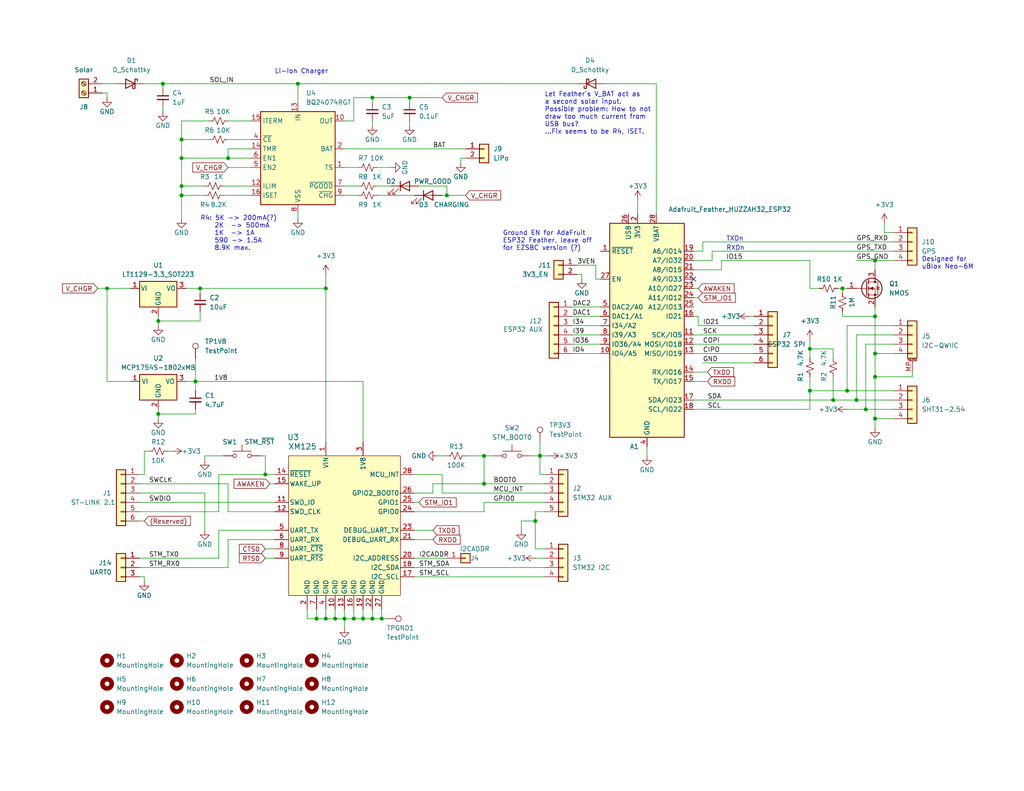
<source format=kicad_sch>
(kicad_sch (version 20231120) (generator "eeschema") (generator_version "8.0")
  (paper "USLetter")
  (title_block (title "Wave RADAR") (date "2023-11-23") (rev "0.2") (company "Academia Nuts"))
  (lib_symbols
    (symbol "Battery_Management:BQ24074RGT"
      (property "Reference" "U" (at -8.89 13.97 0))
      (property "Value" "BQ24074RGT" (at 16.51 13.97 0))
      (symbol "BQ24074RGT_1_1"
        (pin passive line (at 12.7 -2.54 180) (length 2.54) (name "TS") (number "1"))
        (pin power_out line (at 12.7 10.16 180) (length 2.54) (name "OUT") (number "10"))
        (pin passive line (at 12.7 10.16 180) (length 2.54) hide (name "OUT") (number "11"))
        (pin passive line (at -12.7 -7.62 0) (length 2.54) (name "ILIM") (number "12"))
        (pin power_in line (at 0 15.24 270) (length 2.54) (name "IN") (number "13"))
        (pin input line (at -12.7 2.54 0) (length 2.54) (name "TMR") (number "14"))
        (pin input line (at -12.7 10.16 0) (length 2.54) (name "ITERM") (number "15"))
        (pin passive line (at -12.7 -10.16 0) (length 2.54) (name "ISET") (number "16"))
        (pin passive line (at 0 -15.24 90) (length 2.54) hide (name "VSS") (number "17"))
        (pin power_out line (at 12.7 2.54 180) (length 2.54) (name "BAT") (number "2"))
        (pin passive line (at 12.7 2.54 180) (length 2.54) hide (name "BAT") (number "3"))
        (pin input line (at -12.7 5.08 0) (length 2.54) (name "~{CE}") (number "4"))
        (pin input line (at -12.7 -2.54 0) (length 2.54) (name "EN2") (number "5"))
        (pin input line (at -12.7 0 0) (length 2.54) (name "EN1") (number "6"))
        (pin open_collector line (at 12.7 -7.62 180) (length 2.54) (name "~{PGOOD}") (number "7"))
        (pin power_in line (at 0 -15.24 90) (length 2.54) (name "VSS") (number "8"))
        (pin open_collector line (at 12.7 -10.16 180) (length 2.54) (name "~{CHG}") (number "9"))
      )
    )
    (symbol "Connector:Screw_Terminal_01x02" (pin_names (offset 1.016) hide)
      (property "Reference" "J" (at 0 2.54 0))
      (property "Value" "Screw_Terminal_01x02" (at 0 -5.08 0))
      (symbol "Screw_Terminal_01x02_1_1"
        (pin passive line (at -5.08 0 0) (length 3.81) (name "Pin_1") (number "1"))
        (pin passive line (at -5.08 -2.54 0) (length 3.81) (name "Pin_2") (number "2"))
      )
    )
    (symbol "Connector:TestPoint" (pin_numbers hide) (pin_names (offset 0.762) hide)
      (property "Reference" "TP" (at 0 6.858 0))
      (property "Value" "TestPoint" (at 0 5.08 0))
      (symbol "TestPoint_1_1"
        (pin passive line (at 0 0 90) (length 2.54) (name "1") (number "1"))
      )
    )
    (symbol "Connector_Generic:Conn_01x01" (pin_names (offset 1.016) hide)
      (property "Reference" "J" (at 0 2.54 0))
      (property "Value" "Conn_01x01" (at 0 -2.54 0))
      (symbol "Conn_01x01_1_1"
        (pin passive line (at -5.08 0 0) (length 3.81) (name "Pin_1") (number "1"))
      )
    )
    (symbol "Connector_Generic:Conn_01x02" (pin_names (offset 1.016) hide)
      (property "Reference" "J" (at 0 2.54 0))
      (property "Value" "Conn_01x02" (at 0 -5.08 0))
      (symbol "Conn_01x02_1_1"
        (pin passive line (at -5.08 0 0) (length 3.81) (name "Pin_1") (number "1"))
        (pin passive line (at -5.08 -2.54 0) (length 3.81) (name "Pin_2") (number "2"))
      )
    )
    (symbol "Connector_Generic:Conn_01x03" (pin_names (offset 1.016) hide)
      (property "Reference" "J" (at 0 5.08 0))
      (property "Value" "Conn_01x03" (at 0 -5.08 0))
      (symbol "Conn_01x03_1_1"
        (pin passive line (at -5.08 2.54 0) (length 3.81) (name "Pin_1") (number "1"))
        (pin passive line (at -5.08 0 0) (length 3.81) (name "Pin_2") (number "2"))
        (pin passive line (at -5.08 -2.54 0) (length 3.81) (name "Pin_3") (number "3"))
      )
    )
    (symbol "Connector_Generic:Conn_01x04" (pin_names (offset 1.016) hide)
      (property "Reference" "J" (at 0 5.08 0))
      (property "Value" "Conn_01x04" (at 0 -7.62 0))
      (symbol "Conn_01x04_1_1"
        (pin passive line (at -5.08 2.54 0) (length 3.81) (name "Pin_1") (number "1"))
        (pin passive line (at -5.08 0 0) (length 3.81) (name "Pin_2") (number "2"))
        (pin passive line (at -5.08 -2.54 0) (length 3.81) (name "Pin_3") (number "3"))
        (pin passive line (at -5.08 -5.08 0) (length 3.81) (name "Pin_4") (number "4"))
      )
    )
    (symbol "Connector_Generic:Conn_01x05" (pin_names (offset 1.016) hide)
      (property "Reference" "J" (at 0 7.62 0))
      (property "Value" "Conn_01x05" (at 0 -7.62 0))
      (symbol "Conn_01x05_1_1"
        (pin passive line (at -5.08 5.08 0) (length 3.81) (name "Pin_1") (number "1"))
        (pin passive line (at -5.08 2.54 0) (length 3.81) (name "Pin_2") (number "2"))
        (pin passive line (at -5.08 0 0) (length 3.81) (name "Pin_3") (number "3"))
        (pin passive line (at -5.08 -2.54 0) (length 3.81) (name "Pin_4") (number "4"))
        (pin passive line (at -5.08 -5.08 0) (length 3.81) (name "Pin_5") (number "5"))
      )
    )
    (symbol "Connector_Generic:Conn_01x06" (pin_names (offset 1.016) hide)
      (property "Reference" "J" (at 0 7.62 0))
      (property "Value" "Conn_01x06" (at 0 -10.16 0))
      (symbol "Conn_01x06_1_1"
        (pin passive line (at -5.08 5.08 0) (length 3.81) (name "Pin_1") (number "1"))
        (pin passive line (at -5.08 2.54 0) (length 3.81) (name "Pin_2") (number "2"))
        (pin passive line (at -5.08 0 0) (length 3.81) (name "Pin_3") (number "3"))
        (pin passive line (at -5.08 -2.54 0) (length 3.81) (name "Pin_4") (number "4"))
        (pin passive line (at -5.08 -5.08 0) (length 3.81) (name "Pin_5") (number "5"))
        (pin passive line (at -5.08 -7.62 0) (length 3.81) (name "Pin_6") (number "6"))
      )
    )
    (symbol "Connector_Generic_MountingPin:Conn_01x04_MountingPin" (pin_names (offset 1.016) hide)
      (property "Reference" "J" (at 0 5.08 0))
      (property "Value" "Conn_01x04_MountingPin" (at 1.27 -7.62 0))
      (symbol "Conn_01x04_MountingPin_1_1"
        (text "Mounting" (at 0 -6.731 0) (effects (font (size 0.381 0.381))))
        (pin passive line (at -5.08 2.54 0) (length 3.81) (name "Pin_1") (number "1"))
        (pin passive line (at -5.08 0 0) (length 3.81) (name "Pin_2") (number "2"))
        (pin passive line (at -5.08 -2.54 0) (length 3.81) (name "Pin_3") (number "3"))
        (pin passive line (at -5.08 -5.08 0) (length 3.81) (name "Pin_4") (number "4"))
        (pin passive line (at 0 -10.16 90) (length 3.048) (name "MountPin") (number "MP"))
      )
    )
    (symbol "Device:C_Small" (pin_numbers hide) (pin_names (offset 0.254) hide)
      (property "Reference" "C" (at 0.254 1.778 0))
      (property "Value" "C_Small" (at 0.254 -2.032 0))
      (symbol "C_Small_1_1"
        (pin passive line (at 0 2.54 270) (length 2.032) (name "~") (number "1"))
        (pin passive line (at 0 -2.54 90) (length 2.032) (name "~") (number "2"))
      )
    )
    (symbol "Device:D_Schottky" (pin_numbers hide) (pin_names (offset 1.016) hide)
      (property "Reference" "D" (at 0 2.54 0))
      (property "Value" "D_Schottky" (at 0 -2.54 0))
      (symbol "D_Schottky_1_1"
        (pin passive line (at -3.81 0 0) (length 2.54) (name "K") (number "1"))
        (pin passive line (at 3.81 0 180) (length 2.54) (name "A") (number "2"))
      )
    )
    (symbol "Device:LED" (pin_numbers hide) (pin_names (offset 1.016) hide)
      (property "Reference" "D" (at 0 2.54 0))
      (property "Value" "LED" (at 0 -2.54 0))
      (symbol "LED_1_1"
        (pin passive line (at -3.81 0 0) (length 2.54) (name "K") (number "1"))
        (pin passive line (at 3.81 0 180) (length 2.54) (name "A") (number "2"))
      )
    )
    (symbol "Device:R_Small_US" (pin_numbers hide) (pin_names (offset 0.254) hide)
      (property "Reference" "R" (at 0.762 0.508 0))
      (property "Value" "R_Small_US" (at 0.762 -1.016 0))
      (symbol "R_Small_US_1_1"
        (pin passive line (at 0 2.54 270) (length 1.016) (name "~") (number "1"))
        (pin passive line (at 0 -2.54 90) (length 1.016) (name "~") (number "2"))
      )
    )
    (symbol "MCU_Module:Adafruit_Feather_HUZZAH32_ESP32"
      (property "Reference" "A" (at -10.16 29.21 0))
      (property "Value" "Adafruit_Feather_HUZZAH32_ESP32" (at 2.54 -31.75 0))
      (symbol "Adafruit_Feather_HUZZAH32_ESP32_1_1"
        (pin input line (at 12.7 20.32 180) (length 2.54) (name "~{RESET}") (number "1"))
        (pin bidirectional line (at 12.7 -7.62 180) (length 2.54) (name "IO4/A5") (number "10"))
        (pin bidirectional line (at -12.7 -2.54 0) (length 2.54) (name "SCK/IO5") (number "11"))
        (pin bidirectional line (at -12.7 -5.08 0) (length 2.54) (name "MOSI/IO18") (number "12"))
        (pin bidirectional line (at -12.7 -7.62 0) (length 2.54) (name "MISO/IO19") (number "13"))
        (pin bidirectional line (at -12.7 -12.7 0) (length 2.54) (name "RX/IO16") (number "14"))
        (pin bidirectional line (at -12.7 -15.24 0) (length 2.54) (name "TX/IO17") (number "15"))
        (pin bidirectional line (at -12.7 2.54 0) (length 2.54) (name "IO21") (number "16"))
        (pin bidirectional line (at -12.7 -20.32 0) (length 2.54) (name "SDA/IO23") (number "17"))
        (pin bidirectional line (at -12.7 -22.86 0) (length 2.54) (name "SCL/IO22") (number "18"))
        (pin bidirectional line (at -12.7 20.32 0) (length 2.54) (name "A6/IO14") (number "19"))
        (pin power_in line (at 2.54 30.48 270) (length 2.54) (name "3V3") (number "2"))
        (pin bidirectional line (at -12.7 17.78 0) (length 2.54) (name "A7/IO32") (number "20"))
        (pin bidirectional line (at -12.7 15.24 0) (length 2.54) (name "A8/IO15") (number "21"))
        (pin bidirectional line (at -12.7 12.7 0) (length 2.54) (name "A9/IO33") (number "22"))
        (pin bidirectional line (at -12.7 10.16 0) (length 2.54) (name "A10/IO27") (number "23"))
        (pin bidirectional line (at -12.7 7.62 0) (length 2.54) (name "A11/IO12") (number "24"))
        (pin bidirectional line (at -12.7 5.08 0) (length 2.54) (name "A12/IO13") (number "25"))
        (pin power_in line (at 5.08 30.48 270) (length 2.54) (name "USB") (number "26"))
        (pin input line (at 12.7 12.7 180) (length 2.54) (name "EN") (number "27"))
        (pin power_in line (at -2.54 30.48 270) (length 2.54) (name "VBAT") (number "28"))
        (pin no_connect line (at 10.16 10.16 180) (length 2.54) hide (name "NC") (number "3"))
        (pin power_in line (at 0 -33.02 90) (length 2.54) (name "GND") (number "4"))
        (pin bidirectional line (at 12.7 5.08 180) (length 2.54) (name "DAC2/A0") (number "5"))
        (pin bidirectional line (at 12.7 2.54 180) (length 2.54) (name "DAC1/A1") (number "6"))
        (pin bidirectional line (at 12.7 0 180) (length 2.54) (name "I34/A2") (number "7"))
        (pin bidirectional line (at 12.7 -2.54 180) (length 2.54) (name "I39/A3") (number "8"))
        (pin bidirectional line (at 12.7 -5.08 180) (length 2.54) (name "IO36/A4") (number "9"))
      )
    )
    (symbol "Mechanical:MountingHole" (pin_names (offset 1.016))
      (property "Reference" "H" (at 0 5.08 0))
      (property "Value" "MountingHole" (at 0 3.175 0))
    )
    (symbol "Regulator_Linear:LT1129-3.3_SOT223" (pin_names (offset 0.254))
      (property "Reference" "U" (at -3.81 3.175 0))
      (property "Value" "LT1129-3.3_SOT223" (at 0 3.175 0))
      (symbol "LT1129-3.3_SOT223_1_1"
        (pin power_in line (at -7.62 0 0) (length 2.54) (name "VI") (number "1"))
        (pin power_in line (at 0 -7.62 90) (length 2.54) (name "GND") (number "2"))
        (pin power_out line (at 7.62 0 180) (length 2.54) (name "VO") (number "3"))
      )
    )
    (symbol "Regulator_Linear:MCP1754S-1802xMB"
      (property "Reference" "U" (at -3.81 3.175 0))
      (property "Value" "MCP1754S-1802xMB" (at -0.635 3.175 0))
      (symbol "MCP1754S-1802xMB_1_1"
        (pin power_in line (at -7.62 0 0) (length 2.54) (name "VI") (number "1"))
        (pin power_in line (at 0 -7.62 90) (length 2.54) (name "GND") (number "2"))
        (pin power_out line (at 7.62 0 180) (length 2.54) (name "VO") (number "3"))
      )
    )
    (symbol "Switch:SW_Push" (pin_numbers hide) (pin_names (offset 1.016) hide)
      (property "Reference" "SW" (at 1.27 2.54 0))
      (property "Value" "SW_Push" (at 0 -1.524 0))
      (symbol "SW_Push_0_1"
        (pin passive line (at -5.08 0 0) (length 2.54) (name "1") (number "1"))
        (pin passive line (at 5.08 0 180) (length 2.54) (name "2") (number "2"))
      )
    )
    (symbol "Transistor_FET:2N7002" (pin_names hide)
      (property "Reference" "Q" (at 5.08 1.905 0))
      (property "Value" "2N7002" (at 5.08 0 0))
      (symbol "2N7002_1_1"
        (pin input line (at -5.08 0 0) (length 2.54) (name "G") (number "1"))
        (pin passive line (at 2.54 -5.08 90) (length 2.54) (name "S") (number "2"))
        (pin passive line (at 2.54 5.08 270) (length 2.54) (name "D") (number "3"))
      )
    )
    (symbol "XM125:XM125" (pin_names (offset 0.254))
      (property "Reference" "U" (at -15.24 22.86 0))
      (property "Value" "XM125" (at -15.24 20.32 0))
      (symbol "XM125_1_1"
        (pin power_in line (at -5.08 21.59 270) (length 3.81) (name "VIN") (number "1"))
        (pin power_in line (at -2.54 -24.13 90) (length 3.81) (name "GND") (number "10"))
        (pin unspecified line (at -19.05 5.08 0) (length 3.81) (name "SWD_IO") (number "11"))
        (pin unspecified line (at -19.05 2.54 0) (length 3.81) (name "SWD_CLK") (number "12"))
        (pin power_in line (at 0 -24.13 90) (length 3.81) (name "GND") (number "13"))
        (pin unspecified line (at -19.05 12.7 0) (length 3.81) (name "~{RESET}") (number "14"))
        (pin unspecified line (at -19.05 10.16 0) (length 3.81) (name "WAKE_UP") (number "15"))
        (pin power_in line (at 2.54 -24.13 90) (length 3.81) (name "GND") (number "16"))
        (pin output line (at 19.05 -15.24 180) (length 3.81) (name "I2C_SCL") (number "17"))
        (pin bidirectional line (at 19.05 -12.7 180) (length 3.81) (name "I2C_SDA") (number "18"))
        (pin power_in line (at 5.08 -24.13 90) (length 3.81) (name "GND") (number "19"))
        (pin power_in line (at -10.16 -24.13 90) (length 3.81) (name "GND") (number "2"))
        (pin input line (at 19.05 -10.16 180) (length 3.81) (name "I2C_ADDRESS") (number "20"))
        (pin input line (at 19.05 -5.08 180) (length 3.81) (name "DEBUG_UART_RX") (number "21"))
        (pin power_in line (at 7.62 -24.13 90) (length 3.81) (name "GND") (number "22"))
        (pin output line (at 19.05 -2.54 180) (length 3.81) (name "DEBUG_UART_TX") (number "23"))
        (pin bidirectional line (at 19.05 2.54 180) (length 3.81) (name "GPIO0") (number "24"))
        (pin bidirectional line (at 19.05 5.08 180) (length 3.81) (name "GPIO1") (number "25"))
        (pin bidirectional line (at 19.05 7.62 180) (length 3.81) (name "GPIO2_BOOT0") (number "26"))
        (pin power_in line (at 10.16 -24.13 90) (length 3.81) (name "GND") (number "27"))
        (pin bidirectional line (at 19.05 12.7 180) (length 3.81) (name "MCU_INT") (number "28"))
        (pin power_in line (at 5.08 21.59 270) (length 3.81) (name "1V8") (number "3"))
        (pin power_in line (at -5.08 -24.13 90) (length 3.81) (name "GND") (number "4"))
        (pin output line (at -19.05 -2.54 0) (length 3.81) (name "UART_TX") (number "5"))
        (pin input line (at -19.05 -5.08 0) (length 3.81) (name "UART_RX") (number "6"))
        (pin power_in line (at -7.62 -24.13 90) (length 3.81) (name "GND") (number "7"))
        (pin input line (at -19.05 -7.62 0) (length 3.81) (name "UART_~{CTS}") (number "8"))
        (pin output line (at -19.05 -10.16 0) (length 3.81) (name "UART_~{RTS}") (number "9"))
      )
    )
    (symbol "power:+3V3" (power) (pin_names (offset 0))
      (property "Value" "+3V3" (at 0 3.556 0))
      (symbol "+3V3_1_1"
        (pin power_in line (at 0 0 90) (length 0) hide (name "+3V3") (number "1"))
      )
    )
    (symbol "power:GND" (power) (pin_names (offset 0))
      (property "Value" "GND" (at 0 -3.81 0))
      (symbol "GND_1_1"
        (pin power_in line (at 0 0 270) (length 0) hide (name "GND") (number "1"))
      )
    )
  )
  (junction (at 146.05 142.24))
  (junction (at 104.14 168.91))
  (junction (at 101.6 168.91))
  (junction (at 72.39 129.54))
  (junction (at 86.36 168.91))
  (junction (at 101.6 26.67))
  (junction (at 62.23 43.18))
  (junction (at 43.18 87.63))
  (junction (at 49.53 43.18))
  (junction (at 96.52 168.91))
  (junction (at 238.76 114.3))
  (junction (at 238.76 86.36))
  (junction (at 236.22 111.76))
  (junction (at 132.08 124.46))
  (junction (at 49.53 38.1))
  (junction (at 238.76 96.52))
  (junction (at 44.45 22.86))
  (junction (at 88.9 168.91))
  (junction (at 88.9 78.74))
  (junction (at 238.76 102.87))
  (junction (at 43.18 113.03))
  (junction (at 132.08 132.08))
  (junction (at 49.53 50.8))
  (junction (at 53.34 104.14))
  (junction (at 121.92 53.34))
  (junction (at 29.21 78.74))
  (junction (at 81.28 22.86))
  (junction (at 54.61 78.74))
  (junction (at 229.87 78.74))
  (junction (at 111.76 26.67))
  (junction (at 49.53 53.34))
  (junction (at 231.14 106.68))
  (junction (at 99.06 168.91))
  (junction (at 147.32 124.46))
  (junction (at 233.68 109.22))
  (junction (at 220.98 95.25))
  (junction (at 238.76 71.12))
  (junction (at 227.33 109.22))
  (junction (at 93.98 168.91))
  (junction (at 91.44 168.91))
  (junction (at 220.98 106.68))
  (no_connect (at 189.23 76.2))
  (wire (pts (xy 81.28 22.86) (xy 81.28 27.94)))
  (wire (pts (xy 96.52 26.67) (xy 96.52 33.02)))
  (wire (pts (xy 120.65 134.62) (xy 148.59 134.62)))
  (wire (pts (xy 29.21 25.4) (xy 29.21 26.67)))
  (wire (pts (xy 26.67 78.74) (xy 29.21 78.74)))
  (wire (pts (xy 62.23 147.32) (xy 74.93 147.32)))
  (wire (pts (xy 189.23 81.28) (xy 190.5 81.28)))
  (wire (pts (xy 93.98 40.64) (xy 127 40.64)))
  (wire (pts (xy 72.39 149.86) (xy 74.93 149.86)))
  (wire (pts (xy 62.23 45.72) (xy 68.58 45.72)))
  (wire (pts (xy 196.85 73.66) (xy 196.85 71.12)))
  (wire (pts (xy 189.23 68.58) (xy 191.77 68.58)))
  (wire (pts (xy 62.23 43.18) (xy 68.58 43.18)))
  (wire (pts (xy 39.37 157.48) (xy 39.37 158.75)))
  (wire (pts (xy 57.15 33.02) (xy 49.53 33.02)))
  (wire (pts (xy 147.32 129.54) (xy 148.59 129.54)))
  (wire (pts (xy 238.76 96.52) (xy 238.76 102.87)))
  (wire (pts (xy 39.37 123.19) (xy 40.64 123.19)))
  (wire (pts (xy 113.03 137.16) (xy 114.3 137.16)))
  (wire (pts (xy 120.65 129.54) (xy 113.03 129.54)))
  (wire (pts (xy 49.53 38.1) (xy 57.15 38.1)))
  (wire (pts (xy 156.21 93.98) (xy 163.83 93.98)))
  (wire (pts (xy 176.53 121.92) (xy 176.53 124.46)))
  (wire (pts (xy 127 43.18) (xy 125.73 43.18)))
  (wire (pts (xy 193.04 101.6) (xy 189.23 101.6)))
  (wire (pts (xy 158.75 74.93) (xy 157.48 74.93)))
  (wire (pts (xy 43.18 113.03) (xy 43.18 114.3)))
  (wire (pts (xy 73.66 132.08) (xy 74.93 132.08)))
  (wire (pts (xy 189.23 109.22) (xy 227.33 109.22)))
  (wire (pts (xy 53.34 104.14) (xy 53.34 106.68)))
  (wire (pts (xy 39.37 123.19) (xy 39.37 129.54)))
  (wire (pts (xy 227.33 97.79) (xy 227.33 95.25)))
  (wire (pts (xy 248.92 101.6) (xy 248.92 102.87)))
  (wire (pts (xy 243.84 111.76) (xy 236.22 111.76)))
  (wire (pts (xy 106.68 45.72) (xy 102.87 45.72)))
  (wire (pts (xy 111.76 26.67) (xy 120.65 26.67)))
  (wire (pts (xy 49.53 33.02) (xy 49.53 38.1)))
  (wire (pts (xy 142.24 142.24) (xy 146.05 142.24)))
  (wire (pts (xy 156.21 83.82) (xy 163.83 83.82)))
  (wire (pts (xy 49.53 43.18) (xy 62.23 43.18)))
  (wire (pts (xy 101.6 168.91) (xy 99.06 168.91)))
  (wire (pts (xy 191.77 66.04) (xy 243.84 66.04)))
  (wire (pts (xy 243.84 63.5) (xy 241.3 63.5)))
  (wire (pts (xy 62.23 154.94) (xy 62.23 147.32)))
  (wire (pts (xy 157.48 72.39) (xy 162.56 72.39)))
  (wire (pts (xy 229.87 85.09) (xy 229.87 86.36)))
  (wire (pts (xy 96.52 26.67) (xy 101.6 26.67)))
  (wire (pts (xy 53.34 111.76) (xy 53.34 113.03)))
  (wire (pts (xy 60.96 53.34) (xy 68.58 53.34)))
  (wire (pts (xy 111.76 26.67) (xy 111.76 27.94)))
  (wire (pts (xy 162.56 72.39) (xy 162.56 76.2)))
  (wire (pts (xy 189.23 111.76) (xy 220.98 111.76)))
  (wire (pts (xy 54.61 78.74) (xy 54.61 80.01)))
  (wire (pts (xy 99.06 166.37) (xy 99.06 168.91)))
  (wire (pts (xy 223.52 78.74) (xy 220.98 78.74)))
  (wire (pts (xy 43.18 111.76) (xy 43.18 113.03)))
  (wire (pts (xy 113.03 154.94) (xy 148.59 154.94)))
  (wire (pts (xy 99.06 104.14) (xy 99.06 120.65)))
  (wire (pts (xy 93.98 168.91) (xy 93.98 171.45)))
  (wire (pts (xy 228.6 78.74) (xy 229.87 78.74)))
  (wire (pts (xy 91.44 168.91) (xy 93.98 168.91)))
  (wire (pts (xy 189.23 86.36) (xy 190.5 86.36)))
  (wire (pts (xy 113.03 134.62) (xy 118.11 134.62)))
  (wire (pts (xy 132.08 132.08) (xy 148.59 132.08)))
  (wire (pts (xy 147.32 124.46) (xy 149.86 124.46)))
  (wire (pts (xy 238.76 71.12) (xy 243.84 71.12)))
  (wire (pts (xy 35.56 104.14) (xy 29.21 104.14)))
  (wire (pts (xy 88.9 78.74) (xy 88.9 120.65)))
  (wire (pts (xy 179.07 58.42) (xy 179.07 22.86)))
  (wire (pts (xy 119.38 124.46) (xy 121.92 124.46)))
  (wire (pts (xy 101.6 26.67) (xy 101.6 27.94)))
  (wire (pts (xy 104.14 166.37) (xy 104.14 168.91)))
  (wire (pts (xy 43.18 87.63) (xy 43.18 88.9)))
  (wire (pts (xy 60.96 50.8) (xy 68.58 50.8)))
  (wire (pts (xy 45.72 123.19) (xy 46.99 123.19)))
  (wire (pts (xy 93.98 166.37) (xy 93.98 168.91)))
  (wire (pts (xy 148.59 149.86) (xy 146.05 149.86)))
  (wire (pts (xy 227.33 109.22) (xy 233.68 109.22)))
  (wire (pts (xy 74.93 139.7) (xy 62.23 139.7)))
  (wire (pts (xy 59.69 129.54) (xy 72.39 129.54)))
  (wire (pts (xy 55.88 124.46) (xy 60.96 124.46)))
  (wire (pts (xy 49.53 38.1) (xy 49.53 43.18)))
  (wire (pts (xy 91.44 166.37) (xy 91.44 168.91)))
  (wire (pts (xy 132.08 139.7) (xy 132.08 137.16)))
  (wire (pts (xy 233.68 71.12) (xy 238.76 71.12)))
  (wire (pts (xy 238.76 96.52) (xy 243.84 96.52)))
  (wire (pts (xy 38.1 139.7) (xy 59.69 139.7)))
  (wire (pts (xy 88.9 78.74) (xy 54.61 78.74)))
  (wire (pts (xy 102.87 50.8) (xy 106.68 50.8)))
  (wire (pts (xy 233.68 91.44) (xy 233.68 109.22)))
  (wire (pts (xy 238.76 83.82) (xy 238.76 86.36)))
  (wire (pts (xy 229.87 78.74) (xy 229.87 80.01)))
  (wire (pts (xy 229.87 86.36) (xy 238.76 86.36)))
  (wire (pts (xy 238.76 71.12) (xy 238.76 73.66)))
  (wire (pts (xy 227.33 95.25) (xy 220.98 95.25)))
  (wire (pts (xy 243.84 109.22) (xy 233.68 109.22)))
  (wire (pts (xy 238.76 86.36) (xy 238.76 96.52)))
  (wire (pts (xy 74.93 129.54) (xy 72.39 129.54)))
  (wire (pts (xy 38.1 137.16) (xy 74.93 137.16)))
  (wire (pts (xy 189.23 96.52) (xy 205.74 96.52)))
  (wire (pts (xy 114.3 50.8) (xy 121.92 50.8)))
  (wire (pts (xy 101.6 166.37) (xy 101.6 168.91)))
  (wire (pts (xy 62.23 33.02) (xy 68.58 33.02)))
  (wire (pts (xy 59.69 144.78) (xy 74.93 144.78)))
  (wire (pts (xy 29.21 78.74) (xy 29.21 104.14)))
  (wire (pts (xy 191.77 66.04) (xy 191.77 68.58)))
  (wire (pts (xy 113.03 152.4) (xy 121.92 152.4)))
  (wire (pts (xy 189.23 71.12) (xy 194.31 71.12)))
  (wire (pts (xy 220.98 111.76) (xy 220.98 106.68)))
  (wire (pts (xy 102.87 53.34) (xy 113.03 53.34)))
  (wire (pts (xy 101.6 26.67) (xy 111.76 26.67)))
  (wire (pts (xy 196.85 71.12) (xy 220.98 71.12)))
  (wire (pts (xy 54.61 85.09) (xy 54.61 87.63)))
  (wire (pts (xy 99.06 168.91) (xy 96.52 168.91)))
  (wire (pts (xy 55.88 144.78) (xy 55.88 134.62)))
  (wire (pts (xy 220.98 95.25) (xy 220.98 97.79)))
  (wire (pts (xy 194.31 68.58) (xy 243.84 68.58)))
  (wire (pts (xy 125.73 43.18) (xy 125.73 44.45)))
  (wire (pts (xy 194.31 71.12) (xy 194.31 68.58)))
  (wire (pts (xy 27.94 22.86) (xy 31.75 22.86)))
  (wire (pts (xy 49.53 53.34) (xy 49.53 59.69)))
  (wire (pts (xy 127 124.46) (xy 132.08 124.46)))
  (wire (pts (xy 38.1 154.94) (xy 62.23 154.94)))
  (wire (pts (xy 156.21 86.36) (xy 163.83 86.36)))
  (wire (pts (xy 147.32 120.65) (xy 147.32 124.46)))
  (wire (pts (xy 118.11 132.08) (xy 132.08 132.08)))
  (wire (pts (xy 241.3 63.5) (xy 241.3 60.96)))
  (wire (pts (xy 113.03 157.48) (xy 148.59 157.48)))
  (wire (pts (xy 134.62 124.46) (xy 132.08 124.46)))
  (wire (pts (xy 113.03 139.7) (xy 132.08 139.7)))
  (wire (pts (xy 220.98 92.71) (xy 220.98 95.25)))
  (wire (pts (xy 44.45 24.13) (xy 44.45 22.86)))
  (wire (pts (xy 189.23 93.98) (xy 205.74 93.98)))
  (wire (pts (xy 49.53 43.18) (xy 49.53 50.8)))
  (wire (pts (xy 147.32 124.46) (xy 147.32 129.54)))
  (wire (pts (xy 55.88 125.73) (xy 55.88 124.46)))
  (wire (pts (xy 104.14 168.91) (xy 105.41 168.91)))
  (wire (pts (xy 96.52 166.37) (xy 96.52 168.91)))
  (wire (pts (xy 189.23 91.44) (xy 205.74 91.44)))
  (wire (pts (xy 193.04 104.14) (xy 189.23 104.14)))
  (wire (pts (xy 86.36 166.37) (xy 86.36 168.91)))
  (wire (pts (xy 88.9 166.37) (xy 88.9 168.91)))
  (wire (pts (xy 27.94 25.4) (xy 29.21 25.4)))
  (wire (pts (xy 190.5 86.36) (xy 190.5 88.9)))
  (wire (pts (xy 62.23 40.64) (xy 62.23 43.18)))
  (wire (pts (xy 120.65 134.62) (xy 120.65 129.54)))
  (wire (pts (xy 113.03 147.32) (xy 118.11 147.32)))
  (wire (pts (xy 162.56 76.2) (xy 163.83 76.2)))
  (wire (pts (xy 62.23 38.1) (xy 68.58 38.1)))
  (wire (pts (xy 121.92 50.8) (xy 121.92 53.34)))
  (wire (pts (xy 233.68 91.44) (xy 243.84 91.44)))
  (wire (pts (xy 43.18 113.03) (xy 53.34 113.03)))
  (wire (pts (xy 71.12 124.46) (xy 72.39 124.46)))
  (wire (pts (xy 236.22 93.98) (xy 243.84 93.98)))
  (wire (pts (xy 44.45 22.86) (xy 81.28 22.86)))
  (wire (pts (xy 50.8 78.74) (xy 54.61 78.74)))
  (wire (pts (xy 50.8 104.14) (xy 53.34 104.14)))
  (wire (pts (xy 83.82 168.91) (xy 86.36 168.91)))
  (wire (pts (xy 49.53 53.34) (xy 55.88 53.34)))
  (wire (pts (xy 243.84 114.3) (xy 238.76 114.3)))
  (wire (pts (xy 39.37 22.86) (xy 44.45 22.86)))
  (wire (pts (xy 146.05 142.24) (xy 146.05 149.86)))
  (wire (pts (xy 238.76 102.87) (xy 248.92 102.87)))
  (wire (pts (xy 238.76 102.87) (xy 238.76 114.3)))
  (wire (pts (xy 156.21 96.52) (xy 163.83 96.52)))
  (wire (pts (xy 72.39 124.46) (xy 72.39 129.54)))
  (wire (pts (xy 179.07 22.86) (xy 165.1 22.86)))
  (wire (pts (xy 44.45 29.21) (xy 44.45 30.48)))
  (wire (pts (xy 104.14 168.91) (xy 101.6 168.91)))
  (wire (pts (xy 39.37 129.54) (xy 38.1 129.54)))
  (wire (pts (xy 38.1 157.48) (xy 39.37 157.48)))
  (wire (pts (xy 220.98 106.68) (xy 231.14 106.68)))
  (wire (pts (xy 231.14 88.9) (xy 243.84 88.9)))
  (wire (pts (xy 93.98 45.72) (xy 97.79 45.72)))
  (wire (pts (xy 81.28 22.86) (xy 157.48 22.86)))
  (wire (pts (xy 43.18 86.36) (xy 43.18 87.63)))
  (wire (pts (xy 158.75 76.2) (xy 158.75 74.93)))
  (wire (pts (xy 243.84 106.68) (xy 231.14 106.68)))
  (wire (pts (xy 93.98 50.8) (xy 97.79 50.8)))
  (wire (pts (xy 101.6 33.02) (xy 101.6 34.29)))
  (wire (pts (xy 238.76 114.3) (xy 238.76 116.84)))
  (wire (pts (xy 113.03 144.78) (xy 118.11 144.78)))
  (wire (pts (xy 142.24 144.78) (xy 142.24 142.24)))
  (wire (pts (xy 38.1 142.24) (xy 39.37 142.24)))
  (wire (pts (xy 93.98 53.34) (xy 97.79 53.34)))
  (wire (pts (xy 196.85 73.66) (xy 189.23 73.66)))
  (wire (pts (xy 83.82 166.37) (xy 83.82 168.91)))
  (wire (pts (xy 205.74 86.36) (xy 204.47 86.36)))
  (wire (pts (xy 144.78 124.46) (xy 147.32 124.46)))
  (wire (pts (xy 53.34 97.79) (xy 53.34 104.14)))
  (wire (pts (xy 121.92 53.34) (xy 120.65 53.34)))
  (wire (pts (xy 220.98 71.12) (xy 220.98 78.74)))
  (wire (pts (xy 236.22 111.76) (xy 236.22 93.98)))
  (wire (pts (xy 118.11 134.62) (xy 118.11 132.08)))
  (wire (pts (xy 55.88 50.8) (xy 49.53 50.8)))
  (wire (pts (xy 96.52 33.02) (xy 93.98 33.02)))
  (wire (pts (xy 81.28 58.42) (xy 81.28 59.69)))
  (wire (pts (xy 146.05 139.7) (xy 146.05 142.24)))
  (wire (pts (xy 191.77 99.06) (xy 205.74 99.06)))
  (wire (pts (xy 132.08 137.16) (xy 148.59 137.16)))
  (wire (pts (xy 59.69 152.4) (xy 59.69 144.78)))
  (wire (pts (xy 127 53.34) (xy 121.92 53.34)))
  (wire (pts (xy 54.61 87.63) (xy 43.18 87.63)))
  (wire (pts (xy 111.76 33.02) (xy 111.76 34.29)))
  (wire (pts (xy 156.21 91.44) (xy 163.83 91.44)))
  (wire (pts (xy 38.1 132.08) (xy 62.23 132.08)))
  (wire (pts (xy 148.59 139.7) (xy 146.05 139.7)))
  (wire (pts (xy 189.23 78.74) (xy 190.5 78.74)))
  (wire (pts (xy 53.34 104.14) (xy 99.06 104.14)))
  (wire (pts (xy 173.99 54.61) (xy 173.99 58.42)))
  (wire (pts (xy 68.58 40.64) (xy 62.23 40.64)))
  (wire (pts (xy 229.87 78.74) (xy 231.14 78.74)))
  (wire (pts (xy 132.08 124.46) (xy 132.08 132.08)))
  (wire (pts (xy 29.21 78.74) (xy 35.56 78.74)))
  (wire (pts (xy 86.36 168.91) (xy 88.9 168.91)))
  (wire (pts (xy 231.14 111.76) (xy 236.22 111.76)))
  (wire (pts (xy 190.5 88.9) (xy 205.74 88.9)))
  (wire (pts (xy 96.52 168.91) (xy 93.98 168.91)))
  (wire (pts (xy 231.14 106.68) (xy 231.14 88.9)))
  (wire (pts (xy 156.21 88.9) (xy 163.83 88.9)))
  (wire (pts (xy 88.9 74.93) (xy 88.9 78.74)))
  (wire (pts (xy 146.05 152.4) (xy 148.59 152.4)))
  (wire (pts (xy 62.23 139.7) (xy 62.23 132.08)))
  (wire (pts (xy 59.69 129.54) (xy 59.69 139.7)))
  (wire (pts (xy 72.39 152.4) (xy 74.93 152.4)))
  (wire (pts (xy 88.9 168.91) (xy 91.44 168.91)))
  (wire (pts (xy 49.53 50.8) (xy 49.53 53.34)))
  (wire (pts (xy 227.33 102.87) (xy 227.33 109.22)))
  (wire (pts (xy 38.1 152.4) (xy 59.69 152.4)))
  (wire (pts (xy 220.98 102.87) (xy 220.98 106.68)))
  (wire (pts (xy 55.88 134.62) (xy 38.1 134.62)))
  (text "Ground EN for AdaFruit\nESP32 Feather, leave off\nfor EZSBC version (?)" (at 137.16 68.58 0) (effects (font (size 1.27 1.27)) (justify left bottom)))
  (text "RXDn" (at 198.12 68.58 0) (effects (font (size 1.27 1.27)) (justify left bottom)))
  (text "Li-Ion Charger" (at 74.93 20.32 0) (effects (font (size 1.27 1.27)) (justify left bottom)))
  (text "Let Feather's V_BAT act as\na second solar input.\nPossible problem: How to not\ndraw too much current from \nUSB bus?\n...Fix seems to be R4, ISET." (at 148.59 36.83 0) (effects (font (size 1.27 1.27)) (justify left bottom)))
  (text "Designed for\nuBlox Neo-6M" (at 251.46 73.66 0) (effects (font (size 1.27 1.27)) (justify left bottom)))
  (text "TXDn" (at 198.12 66.04 0) (effects (font (size 1.27 1.27)) (justify left bottom)))
  (text "R4: 5K -> 200mA(?)\n    2K  -> 500mA\n    1K  -> 1A\n    590 -> 1.5A\n    8.9K max." (at 54.61 68.58 0) (effects (font (size 1.27 1.27)) (justify left bottom)))
  (label "BAT" (at 118.11 40.64 0))
  (label "STM_SCL" (at 114.3 157.48 0))
  (label "GPS_RXD" (at 233.68 66.04 0))
  (label "COPI" (at 191.77 93.98 0))
  (label "IO4" (at 156.21 96.52 0))
  (label "SDA" (at 193.04 109.22 0))
  (label "CIPO" (at 191.77 96.52 0))
  (label "IO15" (at 198.12 71.12 0))
  (label "GPS_TXD" (at 233.68 68.58 0))
  (label "BOOT0" (at 134.62 132.08 0))
  (label "STM_TX0" (at 40.64 152.4 0))
  (label "3VEN" (at 157.48 72.39 0))
  (label "I2CADDR" (at 114.3 152.4 0))
  (label "IO36" (at 156.21 93.98 0))
  (label "SCL" (at 193.04 111.76 0))
  (label "SWDIO" (at 40.64 137.16 0))
  (label "GPIO0" (at 134.62 137.16 0))
  (label "SWCLK" (at 40.64 132.08 0))
  (label "SOL_IN" (at 57.15 22.86 0))
  (label "DAC2" (at 156.21 83.82 0))
  (label "STM_SDA" (at 114.3 154.94 0))
  (label "STM_RX0" (at 40.64 154.94 0))
  (label "1V8" (at 58.42 104.14 0))
  (label "DAC1" (at 156.21 86.36 0))
  (label "GND" (at 191.77 99.06 0))
  (label "GPS_GND" (at 233.68 71.12 0))
  (label "I34" (at 156.21 88.9 0))
  (label "MCU_INT" (at 134.62 134.62 0))
  (label "I39" (at 156.21 91.44 0))
  (label "IO21" (at 191.77 88.9 0))
  (label "SCK" (at 191.77 91.44 0))
  (global_label "(Reserved)" (shape input) (at 39.37 142.24 0) (property "Intersheetrefs" "${INTERSHEET_REFS}" (effects (hide yes))))
  (global_label "AWAKEN" (shape input) (at 73.66 132.08 180) (property "Intersheetrefs" "${INTERSHEET_REFS}" (effects (hide yes))))
  (global_label "TXDD" (shape input) (at 118.11 144.78 0) (property "Intersheetrefs" "${INTERSHEET_REFS}" (effects (hide yes))))
  (global_label "STM_IO1" (shape input) (at 114.3 137.16 0) (property "Intersheetrefs" "${INTERSHEET_REFS}" (effects (hide yes))))
  (global_label "RXDD" (shape input) (at 193.04 104.14 0) (property "Intersheetrefs" "${INTERSHEET_REFS}" (effects (hide yes))))
  (global_label "V_CHGR" (shape input) (at 26.67 78.74 180) (property "Intersheetrefs" "${INTERSHEET_REFS}" (effects (hide yes))))
  (global_label "STM_IO1" (shape input) (at 190.5 81.28 0) (property "Intersheetrefs" "${INTERSHEET_REFS}" (effects (hide yes))))
  (global_label "V_CHGR" (shape input) (at 127 53.34 0) (property "Intersheetrefs" "${INTERSHEET_REFS}" (effects (hide yes))))
  (global_label "RXDD" (shape input) (at 118.11 147.32 0) (property "Intersheetrefs" "${INTERSHEET_REFS}" (effects (hide yes))))
  (global_label "AWAKEN" (shape input) (at 190.5 78.74 0) (property "Intersheetrefs" "${INTERSHEET_REFS}" (effects (hide yes))))
  (global_label "V_CHGR" (shape input) (at 120.65 26.67 0) (property "Intersheetrefs" "${INTERSHEET_REFS}" (effects (hide yes))))
  (global_label "V_CHGR" (shape input) (at 62.23 45.72 180) (property "Intersheetrefs" "${INTERSHEET_REFS}" (effects (hide yes))))
  (global_label "CTS0" (shape input) (at 72.39 149.86 180) (property "Intersheetrefs" "${INTERSHEET_REFS}" (effects (hide yes))))
  (global_label "TXDD" (shape input) (at 193.04 101.6 0) (property "Intersheetrefs" "${INTERSHEET_REFS}" (effects (hide yes))))
  (global_label "RTS0" (shape input) (at 72.39 152.4 180) (property "Intersheetrefs" "${INTERSHEET_REFS}" (effects (hide yes))))
  (symbol (lib_id "Mechanical:MountingHole") (at 29.21 186.69 0) (unit 1)
    (property "Reference" "H5" (at 31.75 185.42 0) (effects (justify left)))
    (property "Value" "MountingHole" (at 31.75 187.96 0) (effects (justify left)))
    (property "Footprint" "MountingHole:MountingHole_2.7mm" (effects (hide yes)))
  )
  (symbol (lib_id "Connector_Generic:Conn_01x03") (at 33.02 154.94 0) (mirror y) (unit 1)
    (property "Reference" "J14" (at 30.48 153.67 0) (effects (justify left)))
    (property "Value" "UART0" (at 30.48 156.21 0) (effects (justify left)))
    (property "Footprint" "Connector_PinHeader_2.54mm:PinHeader_1x03_P2.54mm_Vertical" (effects (hide yes)))
  )
  (symbol (lib_id "Mechanical:MountingHole") (at 29.21 180.34 0) (unit 1)
    (property "Reference" "H1" (at 31.75 179.07 0) (effects (justify left)))
    (property "Value" "MountingHole" (at 31.75 181.61 0) (effects (justify left)))
    (property "Footprint" "MountingHole:MountingHole_2.7mm" (effects (hide yes)))
  )
  (symbol (lib_id "Switch:SW_Push") (at 66.04 124.46 0) (mirror y) (unit 1)
    (property "Reference" "SW1" (at 64.77 120.65 0) (effects (justify left)))
    (property "Value" "STM_~{RST}" (at 74.93 120.65 0) (effects (justify left)))
    (property "Footprint" "Button_Switch_THT:SW_PUSH_1P1T_6x3.5mm_H4.3_APEM_MJTP1243" (effects (hide yes)))
  )
  (symbol (lib_id "Connector_Generic:Conn_01x05") (at 153.67 134.62 0) (unit 1)
    (property "Reference" "J2" (at 156.21 133.3499 0) (effects (justify left)))
    (property "Value" "STM32 AUX" (at 156.21 135.8899 0) (effects (justify left)))
    (property "Footprint" "Connector_PinHeader_2.54mm:PinHeader_1x05_P2.54mm_Vertical" (effects (hide yes)))
    (property "Description" "Generic connector, single row, 01x05, script generated (kicad-library-utils/schlib/autogen/connector/)" (effects (hide yes)))
  )
  (symbol (lib_id "Device:R_Small_US") (at 59.69 38.1 90) (unit 1)
    (property "Reference" "R6" (at 57.15 35.56 90))
    (property "Value" "10K" (at 60.96 35.56 90))
    (property "Footprint" "Resistor_SMD:R_0805_2012Metric" (effects (hide yes)))
  )
  (symbol (lib_id "Device:LED") (at 110.49 50.8 0) (unit 1)
    (property "Reference" "D2" (at 106.68 49.53 0))
    (property "Value" "PWR_GOOD" (at 118.11 49.53 0))
    (property "Footprint" "LED_SMD:LED_1206_3216Metric" (effects (hide yes)))
  )
  (symbol (lib_id "Connector_Generic:Conn_01x01") (at 127 152.4 0) (unit 1)
    (property "Reference" "J4" (at 129.54 152.4 0))
    (property "Value" "I2CADDR" (at 129.54 149.86 0))
    (property "Footprint" "Connector_PinHeader_2.54mm:PinHeader_1x01_P2.54mm_Vertical" (effects (hide yes)))
  )
  (symbol (lib_id "Device:R_Small_US") (at 100.33 50.8 90) (unit 1)
    (property "Reference" "R8" (at 99.06 48.26 90))
    (property "Value" "1K" (at 102.87 48.26 90))
    (property "Footprint" "Resistor_SMD:R_0805_2012Metric" (effects (hide yes)))
  )
  (symbol (lib_id "Device:D_Schottky") (at 161.29 22.86 0) (mirror x) (unit 1)
    (property "Reference" "D4" (at 160.9725 16.51 0))
    (property "Value" "D_Schottky" (at 160.9725 19.05 0))
    (property "Footprint" "Diode_SMD:D_1206_3216Metric" (effects (hide yes)))
  )
  (symbol (lib_id "Regulator_Linear:LT1129-3.3_SOT223") (at 43.18 78.74 0) (unit 1)
    (property "Reference" "U1" (at 43.18 72.39 0))
    (property "Value" "LT1129-3.3_SOT223" (at 43.18 74.93 0))
    (property "Footprint" "Package_TO_SOT_SMD:SOT-223-3_TabPin2" (effects (hide yes)))
    (property "Datasheet" "https://www.analog.com/media/en/technical-documentation/data-sheets/112935ff.pdf" (effects (hide yes)))
  )
  (symbol (lib_id "power:+3V3") (at 146.05 152.4 90) (unit 1)
    (property "Reference" "#PWR018" (effects (hide yes)))
    (property "Value" "+3V3" (at 143.51 152.4 90) (effects (justify left)))
  )
  (symbol (lib_id "power:GND") (at 81.28 59.69 0) (unit 1)
    (property "Reference" "#PWR019" (effects (hide yes)))
    (property "Value" "GND" (at 81.28 63.5 0))
  )
  (symbol (lib_id "Device:C_Small") (at 111.76 30.48 0) (unit 1)
    (property "Reference" "C5" (at 114.3 29.2163 0) (effects (justify left)))
    (property "Value" "0.1uF" (at 114.3 31.7563 0) (effects (justify left)))
    (property "Footprint" "Capacitor_SMD:C_0805_2012Metric" (effects (hide yes)))
  )
  (symbol (lib_id "Device:C_Small") (at 53.34 109.22 0) (unit 1)
    (property "Reference" "C1" (at 55.88 107.9562 0) (effects (justify left)))
    (property "Value" "4.7uF" (at 55.88 110.4962 0) (effects (justify left)))
    (property "Footprint" "Capacitor_SMD:C_0805_2012Metric" (effects (hide yes)))
  )
  (symbol (lib_id "Connector_Generic_MountingPin:Conn_01x04_MountingPin") (at 248.92 91.44 0) (unit 1)
    (property "Reference" "J5" (at 251.46 91.7956 0) (effects (justify left)))
    (property "Value" "I2C-QWIIC" (at 251.46 94.3356 0) (effects (justify left)))
    (property "Footprint" "Connector_JST:JST_SH_BM04B-SRSS-TB_1x04-1MP_P1.00mm_Vertical" (effects (hide yes)))
  )
  (symbol (lib_id "Device:R_Small_US") (at 220.98 100.33 180) (unit 1)
    (property "Reference" "R1" (at 218.44 102.87 90))
    (property "Value" "4.7K" (at 218.44 97.79 90))
    (property "Footprint" "Resistor_SMD:R_0805_2012Metric" (effects (hide yes)))
  )
  (symbol (lib_id "Mechanical:MountingHole") (at 85.09 186.69 0) (unit 1)
    (property "Reference" "H8" (at 87.63 185.42 0) (effects (justify left)))
    (property "Value" "MountingHole" (at 87.63 187.96 0) (effects (justify left)))
    (property "Footprint" "MountingHole:MountingHole_2.7mm" (effects (hide yes)))
  )
  (symbol (lib_id "power:GND") (at 29.21 26.67 0) (unit 1)
    (property "Reference" "#PWR016" (effects (hide yes)))
    (property "Value" "GND" (at 29.21 30.48 0))
  )
  (symbol (lib_id "Connector_Generic:Conn_01x04") (at 153.67 152.4 0) (unit 1)
    (property "Reference" "J3" (at 156.21 152.3999 0) (effects (justify left)))
    (property "Value" "STM32 I2C" (at 156.21 154.9399 0) (effects (justify left)))
    (property "Footprint" "Connector_PinHeader_2.54mm:PinHeader_1x04_P2.54mm_Vertical" (effects (hide yes)))
  )
  (symbol (lib_id "power:+3V3") (at 241.3 60.96 0) (unit 1)
    (property "Reference" "#PWR022" (effects (hide yes)))
    (property "Value" "+3V3" (at 241.3 55.88 0))
  )
  (symbol (lib_id "Mechanical:MountingHole") (at 48.26 193.04 0) (unit 1)
    (property "Reference" "H10" (at 50.8 191.77 0) (effects (justify left)))
    (property "Value" "MountingHole" (at 50.8 194.31 0) (effects (justify left)))
    (property "Footprint" "MountingHole:MountingHole_2.7mm" (effects (hide yes)))
  )
  (symbol (lib_id "power:+3V3") (at 88.9 74.93 0) (unit 1)
    (property "Reference" "#PWR05" (effects (hide yes)))
    (property "Value" "+3V3" (at 88.9 69.85 0))
  )
  (symbol (lib_id "Connector_Generic:Conn_01x02") (at 152.4 72.39 0) (mirror y) (unit 1)
    (property "Reference" "J11" (at 148.59 72.39 0))
    (property "Value" "3V3_EN" (at 146.05 74.93 0))
    (property "Footprint" "Connector_PinHeader_2.54mm:PinHeader_1x02_P2.54mm_Vertical" (effects (hide yes)))
  )
  (symbol (lib_id "Regulator_Linear:MCP1754S-1802xMB") (at 43.18 104.14 0) (unit 1)
    (property "Reference" "U2" (at 43.18 97.79 0))
    (property "Value" "MCP1754S-1802xMB" (at 43.18 100.33 0))
    (property "Footprint" "Package_TO_SOT_SMD:SOT-223-3_TabPin2" (effects (hide yes)))
    (property "Datasheet" "http://ww1.microchip.com/downloads/en/DeviceDoc/20002276C.pdf" (effects (hide yes)))
  )
  (symbol (lib_id "Connector:TestPoint") (at 53.34 97.79 0) (unit 1)
    (property "Reference" "TP1V8" (at 55.88 93.218 0) (effects (justify left)))
    (property "Value" "TestPoint" (at 55.88 95.758 0) (effects (justify left)))
    (property "Footprint" "TestPoint:TestPoint_Loop_D2.50mm_Drill1.0mm" (effects (hide yes)))
  )
  (symbol (lib_id "Device:C_Small") (at 101.6 30.48 0) (unit 1)
    (property "Reference" "C3" (at 104.14 29.2163 0) (effects (justify left)))
    (property "Value" "5uF" (at 104.14 31.7563 0) (effects (justify left)))
    (property "Footprint" "Capacitor_SMD:C_0805_2012Metric" (effects (hide yes)))
  )
  (symbol (lib_id "Device:R_Small_US") (at 43.18 123.19 90) (unit 1)
    (property "Reference" "R12" (at 43.18 120.65 90))
    (property "Value" "10K" (at 43.18 125.73 90))
    (property "Footprint" "Resistor_SMD:R_0805_2012Metric" (effects (hide yes)))
  )
  (symbol (lib_id "Device:R_Small_US") (at 100.33 53.34 90) (unit 1)
    (property "Reference" "R9" (at 99.06 55.88 90))
    (property "Value" "1K" (at 102.87 55.88 90))
    (property "Footprint" "Resistor_SMD:R_0805_2012Metric" (effects (hide yes)))
  )
  (symbol (lib_id "Connector_Generic:Conn_01x02") (at 132.08 40.64 0) (unit 1)
    (property "Reference" "J9" (at 134.62 40.64 0) (effects (justify left)))
    (property "Value" "LiPo" (at 134.62 43.18 0) (effects (justify left)))
    (property "Footprint" "Connector_JST:JST_PH_S2B-PH-K_1x02_P2.00mm_Horizontal" (effects (hide yes)))
  )
  (symbol (lib_id "Mechanical:MountingHole") (at 48.26 180.34 0) (unit 1)
    (property "Reference" "H2" (at 50.8 179.07 0) (effects (justify left)))
    (property "Value" "MountingHole" (at 50.8 181.61 0) (effects (justify left)))
    (property "Footprint" "MountingHole:MountingHole_2.7mm" (effects (hide yes)))
  )
  (symbol (lib_id "power:GND") (at 158.75 76.2 0) (mirror y) (unit 1)
    (property "Reference" "#PWR023" (effects (hide yes)))
    (property "Value" "GND" (at 158.75 80.01 0))
  )
  (symbol (lib_id "power:GND") (at 142.24 144.78 0) (unit 1)
    (property "Reference" "#PWR014" (effects (hide yes)))
    (property "Value" "GND" (at 142.24 148.59 0))
  )
  (symbol (lib_id "power:GND") (at 176.53 124.46 0) (mirror y) (unit 1)
    (property "Reference" "#PWR012" (effects (hide yes)))
    (property "Value" "GND" (at 176.53 128.27 0))
  )
  (symbol (lib_id "power:GND") (at 125.73 44.45 0) (unit 1)
    (property "Reference" "#PWR021" (effects (hide yes)))
    (property "Value" "GND" (at 125.73 48.26 0))
  )
  (symbol (lib_id "power:GND") (at 111.76 34.29 0) (unit 1)
    (property "Reference" "#PWR026" (effects (hide yes)))
    (property "Value" "GND" (at 111.76 38.1 0))
  )
  (symbol (lib_id "Device:R_Small_US") (at 124.46 124.46 90) (unit 1)
    (property "Reference" "R13" (at 124.46 121.92 90))
    (property "Value" "100K" (at 124.46 127 90))
    (property "Footprint" "Resistor_SMD:R_0805_2012Metric" (effects (hide yes)))
  )
  (symbol (lib_id "Device:C_Small") (at 54.61 82.55 0) (unit 1)
    (property "Reference" "C2" (at 57.15 81.2863 0) (effects (justify left)))
    (property "Value" "10uF" (at 57.15 83.8263 0) (effects (justify left)))
    (property "Footprint" "Capacitor_SMD:C_0805_2012Metric" (effects (hide yes)))
  )
  (symbol (lib_id "Connector:Screw_Terminal_01x02") (at 22.86 25.4 180) (unit 1)
    (property "Reference" "J8" (at 22.86 29.21 0))
    (property "Value" "Solar" (at 22.86 19.05 0))
    (property "Footprint" "TerminalBlock_Phoenix:TerminalBlock_Phoenix_MPT-0,5-2-2.54_1x02_P2.54mm_Horizontal" (effects (hide yes)))
  )
  (symbol (lib_id "power:GND") (at 101.6 34.29 0) (unit 1)
    (property "Reference" "#PWR024" (effects (hide yes)))
    (property "Value" "GND" (at 101.6 38.1 0))
  )
  (symbol (lib_id "Device:R_Small_US") (at 227.33 100.33 180) (unit 1)
    (property "Reference" "R2" (at 224.79 102.87 90))
    (property "Value" "4.7K" (at 224.79 97.79 90))
    (property "Footprint" "Resistor_SMD:R_0805_2012Metric" (effects (hide yes)))
  )
  (symbol (lib_id "power:GND") (at 39.37 158.75 0) (unit 1)
    (property "Reference" "#PWR027" (effects (hide yes)))
    (property "Value" "GND" (at 39.37 162.56 0))
  )
  (symbol (lib_id "Device:R_Small_US") (at 59.69 33.02 90) (unit 1)
    (property "Reference" "R5" (at 57.15 30.48 90))
    (property "Value" "10K" (at 60.96 30.48 90))
    (property "Footprint" "Resistor_SMD:R_0805_2012Metric" (effects (hide yes)))
  )
  (symbol (lib_id "Device:LED") (at 116.84 53.34 0) (unit 1)
    (property "Reference" "D3" (at 115.57 55.88 0))
    (property "Value" "CHARGING" (at 123.19 55.88 0))
    (property "Footprint" "LED_SMD:LED_1206_3216Metric" (effects (hide yes)))
  )
  (symbol (lib_id "MCU_Module:Adafruit_Feather_HUZZAH32_ESP32") (at 176.53 88.9 0) (mirror y) (unit 1)
    (property "Reference" "A1" (at 174.3359 121.92 0) (effects (justify left)))
    (property "Value" "Adafruit_Feather_HUZZAH32_ESP32" (at 215.9 57.15 0) (effects (justify left)))
    (property "Footprint" "Module:Adafruit_Feather" (effects (hide yes)))
    (property "Datasheet" "https://cdn-learn.adafruit.com/downloads/pdf/adafruit-huzzah32-esp32-feather.pdf" (effects (hide yes)))
  )
  (symbol (lib_id "Device:R_Small_US") (at 58.42 53.34 90) (unit 1)
    (property "Reference" "R4" (at 55.88 55.88 90))
    (property "Value" "8.2K" (at 59.69 55.88 90))
    (property "Footprint" "Resistor_SMD:R_0805_2012Metric" (effects (hide yes)))
  )
  (symbol (lib_id "power:GND") (at 43.18 88.9 0) (unit 1)
    (property "Reference" "#PWR01" (effects (hide yes)))
    (property "Value" "GND" (at 43.18 92.71 0))
  )
  (symbol (lib_id "power:+3V3") (at 220.98 92.71 0) (unit 1)
    (property "Reference" "#PWR08" (effects (hide yes)))
    (property "Value" "+3V3" (at 220.98 87.63 0))
  )
  (symbol (lib_id "power:+3V3") (at 204.47 86.36 90) (unit 1)
    (property "Reference" "#PWR011" (effects (hide yes)))
    (property "Value" "+3V3" (at 199.39 86.36 90))
  )
  (symbol (lib_id "power:GND") (at 93.98 171.45 0) (unit 1)
    (property "Reference" "#PWR04" (effects (hide yes)))
    (property "Value" "GND" (at 93.98 175.26 0))
  )
  (symbol (lib_id "power:+3V3") (at 231.14 111.76 90) (unit 1)
    (property "Reference" "#PWR09" (effects (hide yes)))
    (property "Value" "+3V3" (at 228.6 111.76 90) (effects (justify left)))
  )
  (symbol (lib_id "Mechanical:MountingHole") (at 67.31 193.04 0) (unit 1)
    (property "Reference" "H11" (at 69.85 191.77 0) (effects (justify left)))
    (property "Value" "MountingHole" (at 69.85 194.31 0) (effects (justify left)))
    (property "Footprint" "MountingHole:MountingHole_2.7mm" (effects (hide yes)))
  )
  (symbol (lib_id "Connector_Generic:Conn_01x04") (at 248.92 109.22 0) (unit 1)
    (property "Reference" "J6" (at 251.46 109.22 0) (effects (justify left)))
    (property "Value" "SHT31-2.54" (at 251.46 111.76 0) (effects (justify left)))
    (property "Footprint" "Connector_PinHeader_2.54mm:PinHeader_1x04_P2.54mm_Vertical" (effects (hide yes)))
  )
  (symbol (lib_id "Transistor_FET:2N7002") (at 236.22 78.74 0) (unit 1)
    (property "Reference" "Q1" (at 242.57 77.47 0) (effects (justify left)))
    (property "Value" "NMOS" (at 242.57 80.01 0) (effects (justify left)))
    (property "Footprint" "Package_TO_SOT_SMD:SOT-23" (effects (hide yes)))
    (property "Datasheet" "https://www.onsemi.com/pub/Collateral/NDS7002A-D.PDF" (effects (hide yes)))
  )
  (symbol (lib_id "power:+3V3") (at 46.99 123.19 270) (unit 1)
    (property "Reference" "#PWR028" (effects (hide yes)))
    (property "Value" "+3V3" (at 49.53 123.19 90) (effects (justify left)))
  )
  (symbol (lib_id "power:GND") (at 55.88 125.73 0) (mirror y) (unit 1)
    (property "Reference" "#PWR03" (effects (hide yes)))
    (property "Value" "GND" (at 55.88 129.54 0))
  )
  (symbol (lib_id "power:+3V3") (at 173.99 54.61 0) (unit 1)
    (property "Reference" "#PWR06" (effects (hide yes)))
    (property "Value" "+3V3" (at 173.99 50.8 0))
  )
  (symbol (lib_id "Device:R_Small_US") (at 226.06 78.74 90) (unit 1)
    (property "Reference" "R10" (at 224.79 76.2 90))
    (property "Value" "1K" (at 228.6 76.2 90))
    (property "Footprint" "Resistor_SMD:R_0805_2012Metric" (effects (hide yes)))
  )
  (symbol (lib_id "Connector:TestPoint") (at 147.32 120.65 0) (unit 1)
    (property "Reference" "TP3V3" (at 149.86 116.078 0) (effects (justify left)))
    (property "Value" "TestPoint" (at 149.86 118.618 0) (effects (justify left)))
    (property "Footprint" "TestPoint:TestPoint_Loop_D2.50mm_Drill1.0mm" (effects (hide yes)))
  )
  (symbol (lib_id "Connector_Generic:Conn_01x06") (at 151.13 88.9 0) (mirror y) (unit 1)
    (property "Reference" "J12" (at 146.05 87.63 0))
    (property "Value" "ESP32 AUX" (at 142.748 89.916 0))
    (property "Footprint" "Connector_PinHeader_2.54mm:PinHeader_1x06_P2.54mm_Vertical" (effects (hide yes)))
  )
  (symbol (lib_id "Mechanical:MountingHole") (at 29.21 193.04 0) (unit 1)
    (property "Reference" "H9" (at 31.75 191.77 0) (effects (justify left)))
    (property "Value" "MountingHole" (at 31.75 194.31 0) (effects (justify left)))
    (property "Footprint" "MountingHole:MountingHole_2.7mm" (effects (hide yes)))
  )
  (symbol (lib_id "power:GND") (at 44.45 30.48 0) (unit 1)
    (property "Reference" "#PWR025" (effects (hide yes)))
    (property "Value" "GND" (at 44.45 34.29 0))
  )
  (symbol (lib_id "Connector_Generic:Conn_01x06") (at 33.02 134.62 0) (mirror y) (unit 1)
    (property "Reference" "J1" (at 29.21 134.62 0))
    (property "Value" "ST-LINK 2.1" (at 25.4 137.16 0))
    (property "Footprint" "Connector_PinHeader_2.54mm:PinHeader_1x06_P2.54mm_Vertical" (effects (hide yes)))
  )
  (symbol (lib_id "power:+3V3") (at 149.86 124.46 270) (unit 1)
    (property "Reference" "#PWR015" (effects (hide yes)))
    (property "Value" "+3V3" (at 152.4 124.46 90) (effects (justify left)))
  )
  (symbol (lib_id "power:GND") (at 43.18 114.3 0) (unit 1)
    (property "Reference" "#PWR02" (effects (hide yes)))
    (property "Value" "GND" (at 43.18 118.11 0))
  )
  (symbol (lib_id "Switch:SW_Push") (at 139.7 124.46 0) (unit 1)
    (property "Reference" "SW2" (at 139.7 116.84 0))
    (property "Value" "STM_BOOT0" (at 139.7 119.38 0))
    (property "Footprint" "Button_Switch_THT:SW_PUSH_1P1T_6x3.5mm_H4.3_APEM_MJTP1243" (effects (hide yes)))
  )
  (symbol (lib_id "Connector_Generic:Conn_01x04") (at 248.92 66.04 0) (unit 1)
    (property "Reference" "J10" (at 251.46 66.04 0) (effects (justify left)))
    (property "Value" "GPS" (at 251.46 68.58 0) (effects (justify left)))
    (property "Footprint" "Connector_PinSocket_2.54mm:PinSocket_1x04_P2.54mm_Vertical" (effects (hide yes)))
  )
  (symbol (lib_id "XM125:XM125") (at 93.98 142.24 0) (unit 1)
    (property "Reference" "U3" (at 80.01 119.38 0) (effects (font (size 1.524 1.524))))
    (property "Value" "XM125" (at 82.55 121.92 0) (effects (font (size 1.524 1.524))))
    (property "Footprint" "footprints:XM125_ACC" (effects (hide yes)))
    (property "Datasheet" "XM125" (effects (hide yes)))
  )
  (symbol (lib_id "power:GND") (at 49.53 59.69 0) (unit 1)
    (property "Reference" "#PWR017" (effects (hide yes)))
    (property "Value" "GND" (at 49.53 63.5 0))
  )
  (symbol (lib_id "Device:R_Small_US") (at 229.87 82.55 180) (unit 1)
    (property "Reference" "R11" (at 227.33 82.55 90))
    (property "Value" "1M" (at 232.41 82.55 90))
    (property "Footprint" "Resistor_SMD:R_0805_2012Metric" (effects (hide yes)))
  )
  (symbol (lib_id "Mechanical:MountingHole") (at 85.09 180.34 0) (unit 1)
    (property "Reference" "H4" (at 87.63 179.07 0) (effects (justify left)))
    (property "Value" "MountingHole" (at 87.63 181.61 0) (effects (justify left)))
    (property "Footprint" "MountingHole:MountingHole_2.7mm" (effects (hide yes)))
  )
  (symbol (lib_id "Mechanical:MountingHole") (at 67.31 186.69 0) (unit 1)
    (property "Reference" "H7" (at 69.85 185.42 0) (effects (justify left)))
    (property "Value" "MountingHole" (at 69.85 187.96 0) (effects (justify left)))
    (property "Footprint" "MountingHole:MountingHole_2.7mm" (effects (hide yes)))
  )
  (symbol (lib_id "Connector:TestPoint") (at 105.41 168.91 270) (unit 1)
    (property "Reference" "TPGND1" (at 113.03 171.45 90) (effects (justify right)))
    (property "Value" "TestPoint" (at 114.3 173.99 90) (effects (justify right)))
    (property "Footprint" "TestPoint:TestPoint_Loop_D2.50mm_Drill1.0mm" (effects (hide yes)))
  )
  (symbol (lib_id "power:GND") (at 238.76 116.84 0) (unit 1)
    (property "Reference" "#PWR010" (effects (hide yes)))
    (property "Value" "GND" (at 238.76 120.65 0))
  )
  (symbol (lib_id "Connector_Generic:Conn_01x06") (at 210.82 91.44 0) (unit 1)
    (property "Reference" "J7" (at 214.63 91.44 0))
    (property "Value" "ESP32 SPI" (at 214.63 93.98 0))
    (property "Footprint" "Connector_PinHeader_2.54mm:PinHeader_1x06_P2.54mm_Vertical" (effects (hide yes)))
  )
  (symbol (lib_id "power:GND") (at 119.38 124.46 270) (unit 1)
    (property "Reference" "#PWR029" (effects (hide yes)))
    (property "Value" "GND" (at 114.3 124.46 90))
  )
  (symbol (lib_id "Device:R_Small_US") (at 58.42 50.8 90) (unit 1)
    (property "Reference" "R3" (at 55.88 48.26 90))
    (property "Value" "1K" (at 59.69 48.26 90))
    (property "Footprint" "Resistor_SMD:R_0805_2012Metric" (effects (hide yes)))
  )
  (symbol (lib_id "Mechanical:MountingHole") (at 67.31 180.34 0) (unit 1)
    (property "Reference" "H3" (at 69.85 179.07 0) (effects (justify left)))
    (property "Value" "MountingHole" (at 69.85 181.61 0) (effects (justify left)))
    (property "Footprint" "MountingHole:MountingHole_2.7mm" (effects (hide yes)))
  )
  (symbol (lib_id "Mechanical:MountingHole") (at 48.26 186.69 0) (unit 1)
    (property "Reference" "H6" (at 50.8 185.42 0) (effects (justify left)))
    (property "Value" "MountingHole" (at 50.8 187.96 0) (effects (justify left)))
    (property "Footprint" "MountingHole:MountingHole_2.7mm" (effects (hide yes)))
  )
  (symbol (lib_id "Device:D_Schottky") (at 35.56 22.86 0) (mirror y) (unit 1)
    (property "Reference" "D1" (at 35.8775 16.51 0))
    (property "Value" "D_Schottky" (at 35.8775 19.05 0))
    (property "Footprint" "Diode_SMD:D_1206_3216Metric" (effects (hide yes)))
  )
  (symbol (lib_id "Device:C_Small") (at 44.45 26.67 0) (unit 1)
    (property "Reference" "C4" (at 46.99 25.4063 0) (effects (justify left)))
    (property "Value" "1uF" (at 46.99 27.9463 0) (effects (justify left)))
    (property "Footprint" "Capacitor_SMD:C_0805_2012Metric" (effects (hide yes)))
  )
  (symbol (lib_id "Device:R_Small_US") (at 100.33 45.72 90) (unit 1)
    (property "Reference" "R7" (at 99.06 43.18 90))
    (property "Value" "10K" (at 102.87 43.18 90))
    (property "Footprint" "Resistor_SMD:R_0805_2012Metric" (effects (hide yes)))
  )
  (symbol (lib_id "power:GND") (at 55.88 144.78 0) (unit 1)
    (property "Reference" "#PWR013" (effects (hide yes)))
    (property "Value" "GND" (at 55.88 148.59 0))
  )
  (symbol (lib_id "power:GND") (at 106.68 45.72 90) (unit 1)
    (property "Reference" "#PWR020" (effects (hide yes)))
    (property "Value" "GND" (at 110.49 45.72 0))
  )
  (symbol (lib_id "Mechanical:MountingHole") (at 85.09 193.04 0) (unit 1)
    (property "Reference" "H12" (at 87.63 191.77 0) (effects (justify left)))
    (property "Value" "MountingHole" (at 87.63 194.31 0) (effects (justify left)))
    (property "Footprint" "MountingHole:MountingHole_2.7mm" (effects (hide yes)))
  )
  (symbol (lib_id "Battery_Management:BQ24074RGT") (at 81.28 43.18 0) (unit 1)
    (property "Reference" "U4" (at 83.4741 25.4 0) (effects (justify left)))
    (property "Value" "BQ24074RGT" (at 83.4741 27.94 0) (effects (justify left)))
    (property "Footprint" "Package_DFN_QFN:VQFN-16-1EP_3x3mm_P0.5mm_EP1.6x1.6mm" (effects (hide yes)))
    (property "Datasheet" "http://www.ti.com/lit/ds/symlink/bq24074.pdf" (effects (hide yes)))
  )
)
</source>
